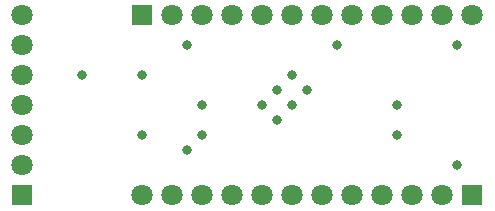
<source format=gbs>
G04*
G04 #@! TF.GenerationSoftware,Altium Limited,Altium Designer,23.5.1 (21)*
G04*
G04 Layer_Color=16711935*
%FSLAX25Y25*%
%MOIN*%
G70*
G04*
G04 #@! TF.SameCoordinates,D9CCEF5A-5521-415F-BE8B-602E9C6E1BA1*
G04*
G04*
G04 #@! TF.FilePolarity,Negative*
G04*
G01*
G75*
%ADD30R,0.07099X0.07099*%
%ADD31C,0.07099*%
%ADD32R,0.07099X0.07099*%
%ADD33C,0.03162*%
D30*
X155000Y5000D02*
D03*
X45000Y65000D02*
D03*
D31*
X145000Y5000D02*
D03*
X135000D02*
D03*
X125000D02*
D03*
X115000D02*
D03*
X105000D02*
D03*
X95000D02*
D03*
X85000D02*
D03*
X75000D02*
D03*
X65000D02*
D03*
X55000D02*
D03*
X45000D02*
D03*
X55000Y65000D02*
D03*
X65000D02*
D03*
X75000D02*
D03*
X85000D02*
D03*
X95000D02*
D03*
X105000D02*
D03*
X115000D02*
D03*
X125000D02*
D03*
X135000D02*
D03*
X145000D02*
D03*
X155000D02*
D03*
X5000Y55000D02*
D03*
Y45000D02*
D03*
Y35000D02*
D03*
Y25000D02*
D03*
Y15000D02*
D03*
Y65000D02*
D03*
D32*
Y5000D02*
D03*
D33*
X65000Y35000D02*
D03*
Y25000D02*
D03*
X45000Y45000D02*
D03*
X25000D02*
D03*
X45000Y25000D02*
D03*
X60000Y20000D02*
D03*
Y55000D02*
D03*
X84910Y35090D02*
D03*
X130000Y25000D02*
D03*
X150000Y55000D02*
D03*
X110000D02*
D03*
X100000Y40000D02*
D03*
X95000Y35000D02*
D03*
X90000Y30000D02*
D03*
X130000Y35000D02*
D03*
X150000Y15000D02*
D03*
X90000Y40000D02*
D03*
X95000Y45000D02*
D03*
M02*

</source>
